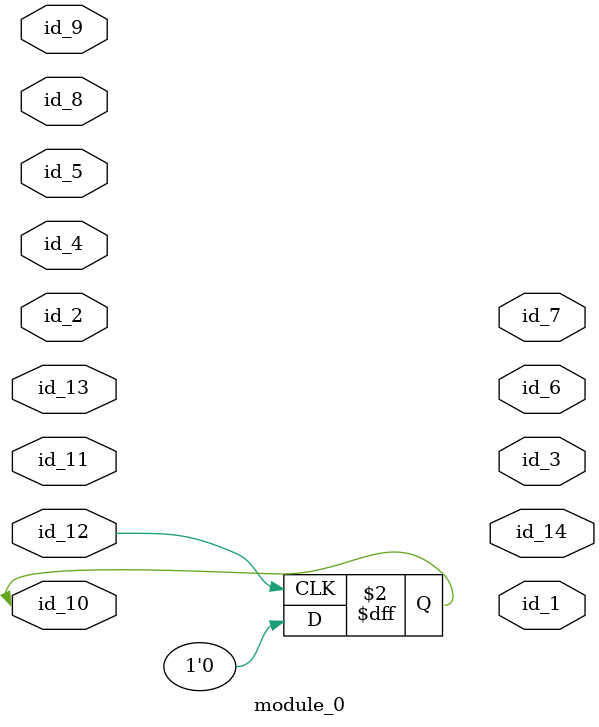
<source format=v>
module module_0 (
    id_1,
    id_2,
    id_3,
    id_4,
    id_5,
    id_6,
    id_7,
    id_8,
    id_9,
    id_10,
    id_11,
    id_12,
    id_13,
    id_14
);
  output id_14;
  input id_13;
  input id_12;
  input id_11;
  inout id_10;
  input id_9;
  inout id_8;
  output id_7;
  output id_6;
  input id_5;
  input id_4;
  output id_3;
  input id_2;
  output id_1;
  always @(negedge id_12) begin
    id_10 <= 1 * 1'h0;
  end
endmodule

</source>
